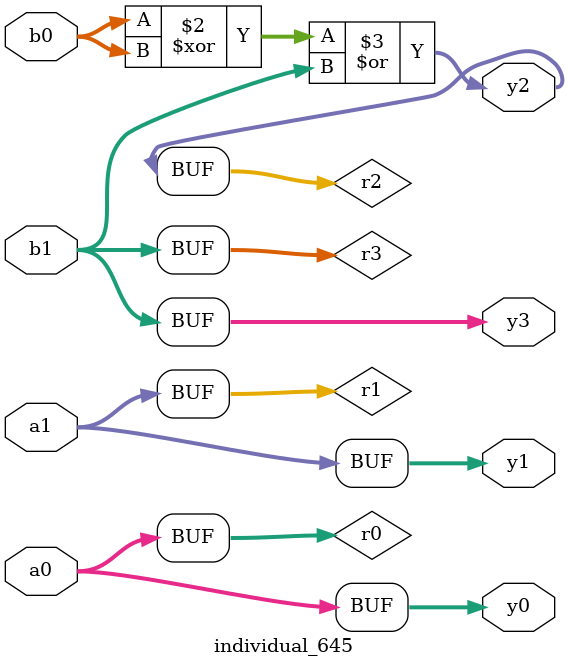
<source format=sv>
module individual_645(input logic [15:0] a1, input logic [15:0] a0, input logic [15:0] b1, input logic [15:0] b0, output logic [15:0] y3, output logic [15:0] y2, output logic [15:0] y1, output logic [15:0] y0);
logic [15:0] r0, r1, r2, r3; 
 always@(*) begin 
	 r0 = a0; r1 = a1; r2 = b0; r3 = b1; 
 	 r2  ^=  b0 ;
 	 r2  |=  r3 ;
 	 y3 = r3; y2 = r2; y1 = r1; y0 = r0; 
end
endmodule
</source>
